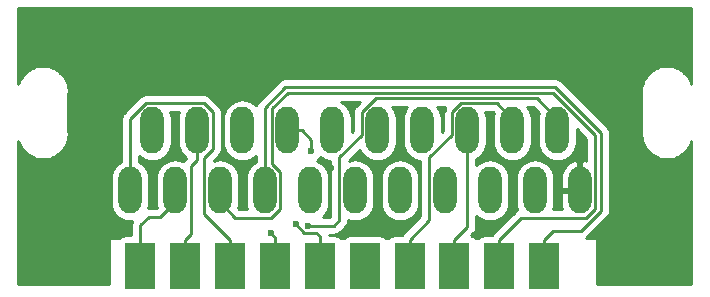
<source format=gtl>
G04 #@! TF.GenerationSoftware,KiCad,Pcbnew,(5.1.0)-1*
G04 #@! TF.CreationDate,2019-08-12T14:02:22-04:00*
G04 #@! TF.ProjectId,JP21M_to_EUROF,4a503231-4d5f-4746-9f5f-4555524f462e,rev?*
G04 #@! TF.SameCoordinates,Original*
G04 #@! TF.FileFunction,Copper,L1,Top*
G04 #@! TF.FilePolarity,Positive*
%FSLAX46Y46*%
G04 Gerber Fmt 4.6, Leading zero omitted, Abs format (unit mm)*
G04 Created by KiCad (PCBNEW (5.1.0)-1) date 2019-08-12 14:02:22*
%MOMM*%
%LPD*%
G04 APERTURE LIST*
%ADD10O,1.981200X3.962400*%
%ADD11R,2.500000X4.000000*%
%ADD12C,0.600000*%
%ADD13C,0.250000*%
%ADD14C,0.254000*%
G04 APERTURE END LIST*
D10*
X152850000Y-85430000D03*
X150945000Y-80350000D03*
X149040000Y-85430000D03*
X147135000Y-80350000D03*
X145230000Y-85430000D03*
X143325000Y-80350000D03*
X141420000Y-85430000D03*
X139515000Y-80350000D03*
X137610000Y-85430000D03*
X135705000Y-80350000D03*
X133800000Y-85430000D03*
X131895000Y-80350000D03*
X129990000Y-85430000D03*
X128085000Y-80350000D03*
X126180000Y-85430000D03*
X124275000Y-80350000D03*
X122370000Y-85430000D03*
X120465000Y-80350000D03*
X118560000Y-85430000D03*
X116655000Y-80350000D03*
X114750000Y-85430000D03*
D11*
X149825000Y-91850000D03*
X146025000Y-91850000D03*
X142225000Y-91850000D03*
X138425000Y-91850000D03*
X134625000Y-91850000D03*
X130825000Y-91850000D03*
X127025000Y-91850000D03*
X123225000Y-91850000D03*
X119425000Y-91850000D03*
X115625000Y-91850000D03*
D12*
X126662500Y-89062500D03*
X128800000Y-88300000D03*
X129800000Y-88400000D03*
X147200000Y-83350000D03*
X145250000Y-82350000D03*
X137600000Y-78650000D03*
X141350000Y-78600000D03*
X133750000Y-78200000D03*
X131750000Y-83500000D03*
X135900000Y-87600000D03*
X115800000Y-71150000D03*
X119650000Y-71300000D03*
X130850000Y-71350000D03*
X137550000Y-71350000D03*
X141450000Y-71350000D03*
X146350000Y-71650000D03*
X151700000Y-71850000D03*
X158850000Y-72000000D03*
X160850000Y-84050000D03*
X160450000Y-90700000D03*
X106650000Y-91700000D03*
X106100000Y-84900000D03*
X110900000Y-82400000D03*
X107450000Y-71700000D03*
X122600000Y-82400000D03*
X116100000Y-83200000D03*
X118700000Y-82400000D03*
X118500000Y-79300000D03*
X130100000Y-82100000D03*
D13*
X143325000Y-82581200D02*
X143325000Y-80350000D01*
X143325000Y-88500000D02*
X143325000Y-82581200D01*
X142225000Y-89600000D02*
X143325000Y-88500000D01*
X142225000Y-91850000D02*
X142225000Y-89600000D01*
X127025000Y-89425000D02*
X126662500Y-89062500D01*
X127025000Y-91850000D02*
X127025000Y-89425000D01*
X142780057Y-78043790D02*
X145819390Y-78043790D01*
X142009390Y-78814457D02*
X142780057Y-78043790D01*
X142009390Y-80706763D02*
X142009390Y-78814457D01*
X147135000Y-79359400D02*
X147135000Y-80350000D01*
X140104390Y-82611763D02*
X142009390Y-80706763D01*
X145819390Y-78043790D02*
X147135000Y-79359400D01*
X140104390Y-87920610D02*
X140104390Y-82611763D01*
X138425000Y-89600000D02*
X140104390Y-87920610D01*
X138425000Y-91850000D02*
X138425000Y-89600000D01*
X129525001Y-89025001D02*
X130525001Y-89025001D01*
X128800000Y-88300000D02*
X129525001Y-89025001D01*
X130825000Y-89325000D02*
X130825000Y-91850000D01*
X130525001Y-89025001D02*
X130825000Y-89325000D01*
X150945000Y-79359400D02*
X150945000Y-80350000D01*
X149179380Y-77593780D02*
X150945000Y-79359400D01*
X135610067Y-77593780D02*
X149179380Y-77593780D01*
X132025000Y-88400000D02*
X132484390Y-87940610D01*
X132484390Y-87940610D02*
X132484390Y-82611763D01*
X132484390Y-82611763D02*
X134389390Y-80706763D01*
X134389390Y-80706763D02*
X134389390Y-78814457D01*
X134389390Y-78814457D02*
X135610067Y-77593780D01*
X129700000Y-88400000D02*
X129800000Y-88400000D01*
X129800000Y-88400000D02*
X132025000Y-88400000D01*
X123225000Y-91850000D02*
X123225000Y-91100000D01*
X114750000Y-83198800D02*
X114750000Y-85430000D01*
X114750000Y-79403847D02*
X114750000Y-83198800D01*
X116110057Y-78043790D02*
X114750000Y-79403847D01*
X121009943Y-78043790D02*
X116110057Y-78043790D01*
X121780610Y-81885543D02*
X121780610Y-78814457D01*
X121009943Y-82656210D02*
X121780610Y-81885543D01*
X121780610Y-78814457D02*
X121009943Y-78043790D01*
X121009943Y-87384943D02*
X121009943Y-82656210D01*
X123225000Y-89600000D02*
X121009943Y-87384943D01*
X123225000Y-91850000D02*
X123225000Y-89600000D01*
X118560000Y-86420600D02*
X118560000Y-85430000D01*
X117319400Y-87661200D02*
X118560000Y-86420600D01*
X116328800Y-87661200D02*
X117319400Y-87661200D01*
X115625000Y-88365000D02*
X116328800Y-87661200D01*
X115625000Y-91850000D02*
X115625000Y-88365000D01*
X119425000Y-89600000D02*
X119900000Y-89125000D01*
X119425000Y-91850000D02*
X119425000Y-89600000D01*
X119900000Y-89125000D02*
X119900000Y-83400000D01*
X120465000Y-82835000D02*
X120465000Y-80350000D01*
X119900000Y-83400000D02*
X120465000Y-82835000D01*
X122370000Y-86420600D02*
X122370000Y-85430000D01*
X123685610Y-87736210D02*
X122370000Y-86420600D01*
X127495610Y-83894457D02*
X127495610Y-86965543D01*
X126769390Y-83168237D02*
X127495610Y-83894457D01*
X126769390Y-78480610D02*
X126769390Y-83168237D01*
X128106230Y-77143770D02*
X126769390Y-78480610D01*
X150589923Y-77143770D02*
X128106230Y-77143770D01*
X154165610Y-80719457D02*
X150589923Y-77143770D01*
X154165610Y-86965543D02*
X154165610Y-80719457D01*
X127495610Y-86965543D02*
X126724943Y-87736210D01*
X153394943Y-87736210D02*
X154165610Y-86965543D01*
X126724943Y-87736210D02*
X123685610Y-87736210D01*
X147888790Y-87736210D02*
X153394943Y-87736210D01*
X146025000Y-89600000D02*
X147888790Y-87736210D01*
X146025000Y-91850000D02*
X146025000Y-89600000D01*
X149825000Y-89600000D02*
X150575000Y-88850000D01*
X149825000Y-91850000D02*
X149825000Y-89600000D01*
X126180000Y-83198800D02*
X126180000Y-85430000D01*
X126180000Y-78433590D02*
X126180000Y-83198800D01*
X127919829Y-76693761D02*
X126180000Y-78433590D01*
X150776323Y-76693760D02*
X127919829Y-76693761D01*
X154615619Y-80533056D02*
X150776323Y-76693760D01*
X154615620Y-87151943D02*
X154615619Y-80533056D01*
X152917563Y-88850000D02*
X154615620Y-87151943D01*
X150575000Y-88850000D02*
X152917563Y-88850000D01*
X129325600Y-80350000D02*
X128085000Y-80350000D01*
X130100000Y-81124400D02*
X129325600Y-80350000D01*
X130100000Y-82100000D02*
X130100000Y-81124400D01*
X134625000Y-91850000D02*
X134625000Y-91100000D01*
D14*
G36*
X162290001Y-76387191D02*
G01*
X162245868Y-76248068D01*
X162222290Y-76193058D01*
X162199508Y-76137783D01*
X162195125Y-76129677D01*
X162051836Y-75869034D01*
X162018048Y-75819687D01*
X161984936Y-75769850D01*
X161979062Y-75762749D01*
X161787876Y-75534904D01*
X161745146Y-75493060D01*
X161702987Y-75450605D01*
X161695846Y-75444781D01*
X161464045Y-75258408D01*
X161414031Y-75225680D01*
X161364398Y-75192202D01*
X161356261Y-75187876D01*
X161092675Y-75050077D01*
X161037219Y-75027672D01*
X160982068Y-75004488D01*
X160973246Y-75001825D01*
X160687915Y-74917847D01*
X160629175Y-74906642D01*
X160570558Y-74894609D01*
X160561386Y-74893710D01*
X160265178Y-74866753D01*
X160205361Y-74867171D01*
X160145544Y-74866753D01*
X160136372Y-74867653D01*
X159840569Y-74898742D01*
X159781972Y-74910771D01*
X159723210Y-74921980D01*
X159714388Y-74924644D01*
X159430257Y-75012598D01*
X159375139Y-75035768D01*
X159319650Y-75058186D01*
X159311514Y-75062513D01*
X159049878Y-75203979D01*
X159000311Y-75237412D01*
X158950232Y-75270183D01*
X158943091Y-75276008D01*
X158713915Y-75465597D01*
X158671774Y-75508034D01*
X158629024Y-75549897D01*
X158623150Y-75556998D01*
X158435164Y-75787492D01*
X158402049Y-75837334D01*
X158368265Y-75886674D01*
X158363882Y-75894781D01*
X158224246Y-76157399D01*
X158201458Y-76212687D01*
X158177886Y-76267683D01*
X158175162Y-76276487D01*
X158089193Y-76561225D01*
X158077570Y-76619925D01*
X158065137Y-76678419D01*
X158064174Y-76687584D01*
X158035150Y-76983596D01*
X158035150Y-77112406D01*
X158055801Y-77216697D01*
X158055800Y-80437952D01*
X158045478Y-80471300D01*
X158036932Y-80552622D01*
X158035299Y-80560870D01*
X158035299Y-80568164D01*
X158032016Y-80599404D01*
X158032016Y-80608620D01*
X158032165Y-80629898D01*
X158035298Y-80659700D01*
X158035298Y-80689680D01*
X158036262Y-80698844D01*
X158069416Y-80994424D01*
X158081853Y-81052936D01*
X158093471Y-81111614D01*
X158096196Y-81120413D01*
X158096197Y-81120419D01*
X158096199Y-81120425D01*
X158186130Y-81403928D01*
X158209691Y-81458899D01*
X158232491Y-81514217D01*
X158236874Y-81522323D01*
X158380163Y-81782965D01*
X158413947Y-81832305D01*
X158447062Y-81882147D01*
X158452936Y-81889247D01*
X158644122Y-82117094D01*
X158686853Y-82158939D01*
X158729013Y-82201395D01*
X158736155Y-82207219D01*
X158967956Y-82393591D01*
X159017968Y-82426318D01*
X159067600Y-82459795D01*
X159075737Y-82464121D01*
X159339323Y-82601921D01*
X159394783Y-82624328D01*
X159449931Y-82647511D01*
X159458753Y-82650174D01*
X159744083Y-82734152D01*
X159802837Y-82745360D01*
X159861441Y-82757390D01*
X159870613Y-82758289D01*
X160166820Y-82785246D01*
X160226638Y-82784828D01*
X160286455Y-82785246D01*
X160295626Y-82784347D01*
X160591430Y-82753257D01*
X160650017Y-82741230D01*
X160708787Y-82730020D01*
X160717609Y-82727356D01*
X161001740Y-82639403D01*
X161056883Y-82616223D01*
X161112348Y-82593814D01*
X161120485Y-82589487D01*
X161382121Y-82448021D01*
X161431705Y-82414576D01*
X161481768Y-82381816D01*
X161488909Y-82375992D01*
X161718085Y-82186401D01*
X161760224Y-82143966D01*
X161802974Y-82102103D01*
X161808848Y-82095002D01*
X161996834Y-81864509D01*
X162029938Y-81814682D01*
X162063733Y-81765327D01*
X162068116Y-81757221D01*
X162207753Y-81494603D01*
X162230560Y-81439269D01*
X162254114Y-81384314D01*
X162256838Y-81375515D01*
X162256840Y-81375509D01*
X162290001Y-81265674D01*
X162290000Y-93390000D01*
X154327000Y-93390000D01*
X154327000Y-89600000D01*
X154324560Y-89575224D01*
X154317333Y-89551399D01*
X154305597Y-89529443D01*
X154289803Y-89510197D01*
X154270557Y-89494403D01*
X154248601Y-89482667D01*
X154224776Y-89475440D01*
X154200000Y-89473000D01*
X153356429Y-89473000D01*
X153457564Y-89390001D01*
X153481367Y-89360997D01*
X155126628Y-87715737D01*
X155155621Y-87691943D01*
X155179415Y-87662950D01*
X155179419Y-87662946D01*
X155250593Y-87576220D01*
X155321166Y-87444190D01*
X155361284Y-87311934D01*
X155364623Y-87300928D01*
X155375620Y-87189275D01*
X155375620Y-87189267D01*
X155379296Y-87151944D01*
X155375620Y-87114621D01*
X155375618Y-80570388D01*
X155379295Y-80533055D01*
X155364621Y-80384069D01*
X155321164Y-80240809D01*
X155250592Y-80108779D01*
X155179418Y-80022052D01*
X155179408Y-80022042D01*
X155155619Y-79993055D01*
X155126632Y-79969266D01*
X151340121Y-76182757D01*
X151316323Y-76153759D01*
X151256429Y-76104605D01*
X151200599Y-76058786D01*
X151068569Y-75988214D01*
X151026029Y-75975310D01*
X150925308Y-75944757D01*
X150813655Y-75933760D01*
X150813645Y-75933760D01*
X150776323Y-75930084D01*
X150739001Y-75933760D01*
X127957164Y-75933762D01*
X127919829Y-75930085D01*
X127770843Y-75944758D01*
X127627582Y-75988215D01*
X127495553Y-76058787D01*
X127408826Y-76129962D01*
X127408821Y-76129967D01*
X127379828Y-76153761D01*
X127356034Y-76182754D01*
X125669003Y-77869786D01*
X125639999Y-77893589D01*
X125601411Y-77940609D01*
X125545026Y-78009314D01*
X125491790Y-78108911D01*
X125474454Y-78141344D01*
X125448508Y-78226877D01*
X125430034Y-78204366D01*
X125182505Y-78001223D01*
X124900100Y-77850275D01*
X124593673Y-77757322D01*
X124275000Y-77725935D01*
X123956328Y-77757322D01*
X123649901Y-77850275D01*
X123367496Y-78001223D01*
X123119967Y-78204366D01*
X122916824Y-78451895D01*
X122765876Y-78734300D01*
X122672923Y-79040727D01*
X122649401Y-79279546D01*
X122649400Y-81420453D01*
X122672922Y-81659272D01*
X122765875Y-81965699D01*
X122916823Y-82248104D01*
X123119966Y-82495634D01*
X123367495Y-82698777D01*
X123649900Y-82849725D01*
X123956327Y-82942678D01*
X124275000Y-82974065D01*
X124593672Y-82942678D01*
X124900099Y-82849725D01*
X125182504Y-82698777D01*
X125420001Y-82503868D01*
X125420001Y-83002380D01*
X125272496Y-83081223D01*
X125024967Y-83284366D01*
X124821824Y-83531895D01*
X124670876Y-83814300D01*
X124577923Y-84120727D01*
X124554401Y-84359546D01*
X124554400Y-86500453D01*
X124577922Y-86739272D01*
X124649796Y-86976210D01*
X124000412Y-86976210D01*
X123923527Y-86899325D01*
X123972078Y-86739273D01*
X123995600Y-86500454D01*
X123995600Y-84359546D01*
X123972078Y-84120727D01*
X123879125Y-83814300D01*
X123728177Y-83531895D01*
X123525034Y-83284366D01*
X123277505Y-83081223D01*
X122995100Y-82930275D01*
X122688673Y-82837322D01*
X122370000Y-82805935D01*
X122051328Y-82837322D01*
X121839321Y-82901633D01*
X122291614Y-82449341D01*
X122320611Y-82425544D01*
X122415584Y-82309819D01*
X122486156Y-82177790D01*
X122529613Y-82034529D01*
X122540610Y-81922876D01*
X122540610Y-81922868D01*
X122544286Y-81885543D01*
X122540610Y-81848218D01*
X122540610Y-78851782D01*
X122544286Y-78814457D01*
X122540610Y-78777132D01*
X122540610Y-78777124D01*
X122529613Y-78665471D01*
X122486156Y-78522210D01*
X122415584Y-78390181D01*
X122320611Y-78274456D01*
X122291612Y-78250658D01*
X121573746Y-77532792D01*
X121549944Y-77503789D01*
X121434219Y-77408816D01*
X121302190Y-77338244D01*
X121158929Y-77294787D01*
X121047276Y-77283790D01*
X121047265Y-77283790D01*
X121009943Y-77280114D01*
X120972621Y-77283790D01*
X116147379Y-77283790D01*
X116110056Y-77280114D01*
X116072733Y-77283790D01*
X116072724Y-77283790D01*
X115961071Y-77294787D01*
X115823315Y-77336574D01*
X115817810Y-77338244D01*
X115685780Y-77408816D01*
X115631015Y-77453761D01*
X115570056Y-77503789D01*
X115546258Y-77532787D01*
X114239003Y-78840043D01*
X114209999Y-78863846D01*
X114176319Y-78904886D01*
X114115026Y-78979571D01*
X114105502Y-78997389D01*
X114044454Y-79111601D01*
X114000997Y-79254862D01*
X113990000Y-79366515D01*
X113990000Y-79366525D01*
X113986324Y-79403847D01*
X113990000Y-79441170D01*
X113990001Y-83002380D01*
X113842496Y-83081223D01*
X113594967Y-83284366D01*
X113391824Y-83531895D01*
X113240876Y-83814300D01*
X113147923Y-84120727D01*
X113124401Y-84359546D01*
X113124400Y-86500453D01*
X113147922Y-86739272D01*
X113240875Y-87045699D01*
X113391823Y-87328104D01*
X113594966Y-87575634D01*
X113842495Y-87778777D01*
X114124900Y-87929725D01*
X114431327Y-88022678D01*
X114750000Y-88054065D01*
X114939416Y-88035409D01*
X114919454Y-88072754D01*
X114897705Y-88144454D01*
X114876298Y-88215027D01*
X114875998Y-88216015D01*
X114861324Y-88365000D01*
X114865001Y-88402332D01*
X114865001Y-89211928D01*
X114375000Y-89211928D01*
X114250518Y-89224188D01*
X114130820Y-89260498D01*
X114020506Y-89319463D01*
X113923815Y-89398815D01*
X113862933Y-89473000D01*
X113100000Y-89473000D01*
X113075224Y-89475440D01*
X113051399Y-89482667D01*
X113029443Y-89494403D01*
X113010197Y-89510197D01*
X112994403Y-89529443D01*
X112982667Y-89551399D01*
X112975440Y-89575224D01*
X112973000Y-89600000D01*
X112973000Y-93390000D01*
X105310000Y-93390000D01*
X105310000Y-81264810D01*
X105354130Y-81403928D01*
X105377691Y-81458899D01*
X105400491Y-81514217D01*
X105404874Y-81522323D01*
X105548163Y-81782965D01*
X105581947Y-81832305D01*
X105615062Y-81882147D01*
X105620936Y-81889247D01*
X105812122Y-82117094D01*
X105854853Y-82158939D01*
X105897013Y-82201395D01*
X105904155Y-82207219D01*
X106135956Y-82393591D01*
X106185968Y-82426318D01*
X106235600Y-82459795D01*
X106243737Y-82464121D01*
X106507323Y-82601921D01*
X106562783Y-82624328D01*
X106617931Y-82647511D01*
X106626753Y-82650174D01*
X106912083Y-82734152D01*
X106970837Y-82745360D01*
X107029441Y-82757390D01*
X107038613Y-82758289D01*
X107334820Y-82785246D01*
X107394638Y-82784828D01*
X107454455Y-82785246D01*
X107463626Y-82784347D01*
X107759430Y-82753257D01*
X107818017Y-82741230D01*
X107876787Y-82730020D01*
X107885609Y-82727356D01*
X108169740Y-82639403D01*
X108224883Y-82616223D01*
X108280348Y-82593814D01*
X108288485Y-82589487D01*
X108550121Y-82448021D01*
X108599705Y-82414576D01*
X108649768Y-82381816D01*
X108656909Y-82375992D01*
X108886085Y-82186401D01*
X108928224Y-82143966D01*
X108970974Y-82102103D01*
X108976848Y-82095002D01*
X109164834Y-81864509D01*
X109197938Y-81814682D01*
X109231733Y-81765327D01*
X109236116Y-81757221D01*
X109375753Y-81494603D01*
X109398560Y-81439269D01*
X109422114Y-81384314D01*
X109424838Y-81375515D01*
X109424840Y-81375509D01*
X109510806Y-81090773D01*
X109522422Y-81032108D01*
X109534862Y-80973584D01*
X109535825Y-80964419D01*
X109564850Y-80668406D01*
X109564850Y-80539596D01*
X109544200Y-80435305D01*
X109544200Y-77214047D01*
X109554522Y-77180699D01*
X109563068Y-77099377D01*
X109564701Y-77091129D01*
X109564701Y-77083835D01*
X109567984Y-77052594D01*
X109567984Y-77043379D01*
X109567835Y-77022100D01*
X109564702Y-76992298D01*
X109564702Y-76962319D01*
X109563738Y-76953154D01*
X109530584Y-76657575D01*
X109518151Y-76599081D01*
X109506528Y-76540381D01*
X109503803Y-76531578D01*
X109413868Y-76248068D01*
X109390290Y-76193058D01*
X109367508Y-76137783D01*
X109363125Y-76129677D01*
X109219836Y-75869034D01*
X109186048Y-75819687D01*
X109152936Y-75769850D01*
X109147062Y-75762749D01*
X108955876Y-75534904D01*
X108913146Y-75493060D01*
X108870987Y-75450605D01*
X108863846Y-75444781D01*
X108632045Y-75258408D01*
X108582031Y-75225680D01*
X108532398Y-75192202D01*
X108524261Y-75187876D01*
X108260675Y-75050077D01*
X108205219Y-75027672D01*
X108150068Y-75004488D01*
X108141246Y-75001825D01*
X107855915Y-74917847D01*
X107797175Y-74906642D01*
X107738558Y-74894609D01*
X107729386Y-74893710D01*
X107433178Y-74866753D01*
X107373361Y-74867171D01*
X107313544Y-74866753D01*
X107304372Y-74867653D01*
X107008569Y-74898742D01*
X106949972Y-74910771D01*
X106891210Y-74921980D01*
X106882388Y-74924644D01*
X106598257Y-75012598D01*
X106543139Y-75035768D01*
X106487650Y-75058186D01*
X106479514Y-75062513D01*
X106217878Y-75203979D01*
X106168311Y-75237412D01*
X106118232Y-75270183D01*
X106111091Y-75276008D01*
X105881915Y-75465597D01*
X105839774Y-75508034D01*
X105797024Y-75549897D01*
X105791150Y-75556998D01*
X105603164Y-75787492D01*
X105570049Y-75837334D01*
X105536265Y-75886674D01*
X105531882Y-75894781D01*
X105392246Y-76157399D01*
X105369458Y-76212687D01*
X105345886Y-76267683D01*
X105343162Y-76276487D01*
X105310000Y-76386323D01*
X105310000Y-70010000D01*
X162290001Y-70010000D01*
X162290001Y-76387191D01*
X162290001Y-76387191D01*
G37*
X162290001Y-76387191D02*
X162245868Y-76248068D01*
X162222290Y-76193058D01*
X162199508Y-76137783D01*
X162195125Y-76129677D01*
X162051836Y-75869034D01*
X162018048Y-75819687D01*
X161984936Y-75769850D01*
X161979062Y-75762749D01*
X161787876Y-75534904D01*
X161745146Y-75493060D01*
X161702987Y-75450605D01*
X161695846Y-75444781D01*
X161464045Y-75258408D01*
X161414031Y-75225680D01*
X161364398Y-75192202D01*
X161356261Y-75187876D01*
X161092675Y-75050077D01*
X161037219Y-75027672D01*
X160982068Y-75004488D01*
X160973246Y-75001825D01*
X160687915Y-74917847D01*
X160629175Y-74906642D01*
X160570558Y-74894609D01*
X160561386Y-74893710D01*
X160265178Y-74866753D01*
X160205361Y-74867171D01*
X160145544Y-74866753D01*
X160136372Y-74867653D01*
X159840569Y-74898742D01*
X159781972Y-74910771D01*
X159723210Y-74921980D01*
X159714388Y-74924644D01*
X159430257Y-75012598D01*
X159375139Y-75035768D01*
X159319650Y-75058186D01*
X159311514Y-75062513D01*
X159049878Y-75203979D01*
X159000311Y-75237412D01*
X158950232Y-75270183D01*
X158943091Y-75276008D01*
X158713915Y-75465597D01*
X158671774Y-75508034D01*
X158629024Y-75549897D01*
X158623150Y-75556998D01*
X158435164Y-75787492D01*
X158402049Y-75837334D01*
X158368265Y-75886674D01*
X158363882Y-75894781D01*
X158224246Y-76157399D01*
X158201458Y-76212687D01*
X158177886Y-76267683D01*
X158175162Y-76276487D01*
X158089193Y-76561225D01*
X158077570Y-76619925D01*
X158065137Y-76678419D01*
X158064174Y-76687584D01*
X158035150Y-76983596D01*
X158035150Y-77112406D01*
X158055801Y-77216697D01*
X158055800Y-80437952D01*
X158045478Y-80471300D01*
X158036932Y-80552622D01*
X158035299Y-80560870D01*
X158035299Y-80568164D01*
X158032016Y-80599404D01*
X158032016Y-80608620D01*
X158032165Y-80629898D01*
X158035298Y-80659700D01*
X158035298Y-80689680D01*
X158036262Y-80698844D01*
X158069416Y-80994424D01*
X158081853Y-81052936D01*
X158093471Y-81111614D01*
X158096196Y-81120413D01*
X158096197Y-81120419D01*
X158096199Y-81120425D01*
X158186130Y-81403928D01*
X158209691Y-81458899D01*
X158232491Y-81514217D01*
X158236874Y-81522323D01*
X158380163Y-81782965D01*
X158413947Y-81832305D01*
X158447062Y-81882147D01*
X158452936Y-81889247D01*
X158644122Y-82117094D01*
X158686853Y-82158939D01*
X158729013Y-82201395D01*
X158736155Y-82207219D01*
X158967956Y-82393591D01*
X159017968Y-82426318D01*
X159067600Y-82459795D01*
X159075737Y-82464121D01*
X159339323Y-82601921D01*
X159394783Y-82624328D01*
X159449931Y-82647511D01*
X159458753Y-82650174D01*
X159744083Y-82734152D01*
X159802837Y-82745360D01*
X159861441Y-82757390D01*
X159870613Y-82758289D01*
X160166820Y-82785246D01*
X160226638Y-82784828D01*
X160286455Y-82785246D01*
X160295626Y-82784347D01*
X160591430Y-82753257D01*
X160650017Y-82741230D01*
X160708787Y-82730020D01*
X160717609Y-82727356D01*
X161001740Y-82639403D01*
X161056883Y-82616223D01*
X161112348Y-82593814D01*
X161120485Y-82589487D01*
X161382121Y-82448021D01*
X161431705Y-82414576D01*
X161481768Y-82381816D01*
X161488909Y-82375992D01*
X161718085Y-82186401D01*
X161760224Y-82143966D01*
X161802974Y-82102103D01*
X161808848Y-82095002D01*
X161996834Y-81864509D01*
X162029938Y-81814682D01*
X162063733Y-81765327D01*
X162068116Y-81757221D01*
X162207753Y-81494603D01*
X162230560Y-81439269D01*
X162254114Y-81384314D01*
X162256838Y-81375515D01*
X162256840Y-81375509D01*
X162290001Y-81265674D01*
X162290000Y-93390000D01*
X154327000Y-93390000D01*
X154327000Y-89600000D01*
X154324560Y-89575224D01*
X154317333Y-89551399D01*
X154305597Y-89529443D01*
X154289803Y-89510197D01*
X154270557Y-89494403D01*
X154248601Y-89482667D01*
X154224776Y-89475440D01*
X154200000Y-89473000D01*
X153356429Y-89473000D01*
X153457564Y-89390001D01*
X153481367Y-89360997D01*
X155126628Y-87715737D01*
X155155621Y-87691943D01*
X155179415Y-87662950D01*
X155179419Y-87662946D01*
X155250593Y-87576220D01*
X155321166Y-87444190D01*
X155361284Y-87311934D01*
X155364623Y-87300928D01*
X155375620Y-87189275D01*
X155375620Y-87189267D01*
X155379296Y-87151944D01*
X155375620Y-87114621D01*
X155375618Y-80570388D01*
X155379295Y-80533055D01*
X155364621Y-80384069D01*
X155321164Y-80240809D01*
X155250592Y-80108779D01*
X155179418Y-80022052D01*
X155179408Y-80022042D01*
X155155619Y-79993055D01*
X155126632Y-79969266D01*
X151340121Y-76182757D01*
X151316323Y-76153759D01*
X151256429Y-76104605D01*
X151200599Y-76058786D01*
X151068569Y-75988214D01*
X151026029Y-75975310D01*
X150925308Y-75944757D01*
X150813655Y-75933760D01*
X150813645Y-75933760D01*
X150776323Y-75930084D01*
X150739001Y-75933760D01*
X127957164Y-75933762D01*
X127919829Y-75930085D01*
X127770843Y-75944758D01*
X127627582Y-75988215D01*
X127495553Y-76058787D01*
X127408826Y-76129962D01*
X127408821Y-76129967D01*
X127379828Y-76153761D01*
X127356034Y-76182754D01*
X125669003Y-77869786D01*
X125639999Y-77893589D01*
X125601411Y-77940609D01*
X125545026Y-78009314D01*
X125491790Y-78108911D01*
X125474454Y-78141344D01*
X125448508Y-78226877D01*
X125430034Y-78204366D01*
X125182505Y-78001223D01*
X124900100Y-77850275D01*
X124593673Y-77757322D01*
X124275000Y-77725935D01*
X123956328Y-77757322D01*
X123649901Y-77850275D01*
X123367496Y-78001223D01*
X123119967Y-78204366D01*
X122916824Y-78451895D01*
X122765876Y-78734300D01*
X122672923Y-79040727D01*
X122649401Y-79279546D01*
X122649400Y-81420453D01*
X122672922Y-81659272D01*
X122765875Y-81965699D01*
X122916823Y-82248104D01*
X123119966Y-82495634D01*
X123367495Y-82698777D01*
X123649900Y-82849725D01*
X123956327Y-82942678D01*
X124275000Y-82974065D01*
X124593672Y-82942678D01*
X124900099Y-82849725D01*
X125182504Y-82698777D01*
X125420001Y-82503868D01*
X125420001Y-83002380D01*
X125272496Y-83081223D01*
X125024967Y-83284366D01*
X124821824Y-83531895D01*
X124670876Y-83814300D01*
X124577923Y-84120727D01*
X124554401Y-84359546D01*
X124554400Y-86500453D01*
X124577922Y-86739272D01*
X124649796Y-86976210D01*
X124000412Y-86976210D01*
X123923527Y-86899325D01*
X123972078Y-86739273D01*
X123995600Y-86500454D01*
X123995600Y-84359546D01*
X123972078Y-84120727D01*
X123879125Y-83814300D01*
X123728177Y-83531895D01*
X123525034Y-83284366D01*
X123277505Y-83081223D01*
X122995100Y-82930275D01*
X122688673Y-82837322D01*
X122370000Y-82805935D01*
X122051328Y-82837322D01*
X121839321Y-82901633D01*
X122291614Y-82449341D01*
X122320611Y-82425544D01*
X122415584Y-82309819D01*
X122486156Y-82177790D01*
X122529613Y-82034529D01*
X122540610Y-81922876D01*
X122540610Y-81922868D01*
X122544286Y-81885543D01*
X122540610Y-81848218D01*
X122540610Y-78851782D01*
X122544286Y-78814457D01*
X122540610Y-78777132D01*
X122540610Y-78777124D01*
X122529613Y-78665471D01*
X122486156Y-78522210D01*
X122415584Y-78390181D01*
X122320611Y-78274456D01*
X122291612Y-78250658D01*
X121573746Y-77532792D01*
X121549944Y-77503789D01*
X121434219Y-77408816D01*
X121302190Y-77338244D01*
X121158929Y-77294787D01*
X121047276Y-77283790D01*
X121047265Y-77283790D01*
X121009943Y-77280114D01*
X120972621Y-77283790D01*
X116147379Y-77283790D01*
X116110056Y-77280114D01*
X116072733Y-77283790D01*
X116072724Y-77283790D01*
X115961071Y-77294787D01*
X115823315Y-77336574D01*
X115817810Y-77338244D01*
X115685780Y-77408816D01*
X115631015Y-77453761D01*
X115570056Y-77503789D01*
X115546258Y-77532787D01*
X114239003Y-78840043D01*
X114209999Y-78863846D01*
X114176319Y-78904886D01*
X114115026Y-78979571D01*
X114105502Y-78997389D01*
X114044454Y-79111601D01*
X114000997Y-79254862D01*
X113990000Y-79366515D01*
X113990000Y-79366525D01*
X113986324Y-79403847D01*
X113990000Y-79441170D01*
X113990001Y-83002380D01*
X113842496Y-83081223D01*
X113594967Y-83284366D01*
X113391824Y-83531895D01*
X113240876Y-83814300D01*
X113147923Y-84120727D01*
X113124401Y-84359546D01*
X113124400Y-86500453D01*
X113147922Y-86739272D01*
X113240875Y-87045699D01*
X113391823Y-87328104D01*
X113594966Y-87575634D01*
X113842495Y-87778777D01*
X114124900Y-87929725D01*
X114431327Y-88022678D01*
X114750000Y-88054065D01*
X114939416Y-88035409D01*
X114919454Y-88072754D01*
X114897705Y-88144454D01*
X114876298Y-88215027D01*
X114875998Y-88216015D01*
X114861324Y-88365000D01*
X114865001Y-88402332D01*
X114865001Y-89211928D01*
X114375000Y-89211928D01*
X114250518Y-89224188D01*
X114130820Y-89260498D01*
X114020506Y-89319463D01*
X113923815Y-89398815D01*
X113862933Y-89473000D01*
X113100000Y-89473000D01*
X113075224Y-89475440D01*
X113051399Y-89482667D01*
X113029443Y-89494403D01*
X113010197Y-89510197D01*
X112994403Y-89529443D01*
X112982667Y-89551399D01*
X112975440Y-89575224D01*
X112973000Y-89600000D01*
X112973000Y-93390000D01*
X105310000Y-93390000D01*
X105310000Y-81264810D01*
X105354130Y-81403928D01*
X105377691Y-81458899D01*
X105400491Y-81514217D01*
X105404874Y-81522323D01*
X105548163Y-81782965D01*
X105581947Y-81832305D01*
X105615062Y-81882147D01*
X105620936Y-81889247D01*
X105812122Y-82117094D01*
X105854853Y-82158939D01*
X105897013Y-82201395D01*
X105904155Y-82207219D01*
X106135956Y-82393591D01*
X106185968Y-82426318D01*
X106235600Y-82459795D01*
X106243737Y-82464121D01*
X106507323Y-82601921D01*
X106562783Y-82624328D01*
X106617931Y-82647511D01*
X106626753Y-82650174D01*
X106912083Y-82734152D01*
X106970837Y-82745360D01*
X107029441Y-82757390D01*
X107038613Y-82758289D01*
X107334820Y-82785246D01*
X107394638Y-82784828D01*
X107454455Y-82785246D01*
X107463626Y-82784347D01*
X107759430Y-82753257D01*
X107818017Y-82741230D01*
X107876787Y-82730020D01*
X107885609Y-82727356D01*
X108169740Y-82639403D01*
X108224883Y-82616223D01*
X108280348Y-82593814D01*
X108288485Y-82589487D01*
X108550121Y-82448021D01*
X108599705Y-82414576D01*
X108649768Y-82381816D01*
X108656909Y-82375992D01*
X108886085Y-82186401D01*
X108928224Y-82143966D01*
X108970974Y-82102103D01*
X108976848Y-82095002D01*
X109164834Y-81864509D01*
X109197938Y-81814682D01*
X109231733Y-81765327D01*
X109236116Y-81757221D01*
X109375753Y-81494603D01*
X109398560Y-81439269D01*
X109422114Y-81384314D01*
X109424838Y-81375515D01*
X109424840Y-81375509D01*
X109510806Y-81090773D01*
X109522422Y-81032108D01*
X109534862Y-80973584D01*
X109535825Y-80964419D01*
X109564850Y-80668406D01*
X109564850Y-80539596D01*
X109544200Y-80435305D01*
X109544200Y-77214047D01*
X109554522Y-77180699D01*
X109563068Y-77099377D01*
X109564701Y-77091129D01*
X109564701Y-77083835D01*
X109567984Y-77052594D01*
X109567984Y-77043379D01*
X109567835Y-77022100D01*
X109564702Y-76992298D01*
X109564702Y-76962319D01*
X109563738Y-76953154D01*
X109530584Y-76657575D01*
X109518151Y-76599081D01*
X109506528Y-76540381D01*
X109503803Y-76531578D01*
X109413868Y-76248068D01*
X109390290Y-76193058D01*
X109367508Y-76137783D01*
X109363125Y-76129677D01*
X109219836Y-75869034D01*
X109186048Y-75819687D01*
X109152936Y-75769850D01*
X109147062Y-75762749D01*
X108955876Y-75534904D01*
X108913146Y-75493060D01*
X108870987Y-75450605D01*
X108863846Y-75444781D01*
X108632045Y-75258408D01*
X108582031Y-75225680D01*
X108532398Y-75192202D01*
X108524261Y-75187876D01*
X108260675Y-75050077D01*
X108205219Y-75027672D01*
X108150068Y-75004488D01*
X108141246Y-75001825D01*
X107855915Y-74917847D01*
X107797175Y-74906642D01*
X107738558Y-74894609D01*
X107729386Y-74893710D01*
X107433178Y-74866753D01*
X107373361Y-74867171D01*
X107313544Y-74866753D01*
X107304372Y-74867653D01*
X107008569Y-74898742D01*
X106949972Y-74910771D01*
X106891210Y-74921980D01*
X106882388Y-74924644D01*
X106598257Y-75012598D01*
X106543139Y-75035768D01*
X106487650Y-75058186D01*
X106479514Y-75062513D01*
X106217878Y-75203979D01*
X106168311Y-75237412D01*
X106118232Y-75270183D01*
X106111091Y-75276008D01*
X105881915Y-75465597D01*
X105839774Y-75508034D01*
X105797024Y-75549897D01*
X105791150Y-75556998D01*
X105603164Y-75787492D01*
X105570049Y-75837334D01*
X105536265Y-75886674D01*
X105531882Y-75894781D01*
X105392246Y-76157399D01*
X105369458Y-76212687D01*
X105345886Y-76267683D01*
X105343162Y-76276487D01*
X105310000Y-76386323D01*
X105310000Y-70010000D01*
X162290001Y-70010000D01*
X162290001Y-76387191D01*
G36*
X138156824Y-78451895D02*
G01*
X138005876Y-78734300D01*
X137912923Y-79040727D01*
X137889401Y-79279546D01*
X137889400Y-81420453D01*
X137912922Y-81659272D01*
X138005875Y-81965699D01*
X138156823Y-82248104D01*
X138359966Y-82495634D01*
X138607495Y-82698777D01*
X138889900Y-82849725D01*
X139196327Y-82942678D01*
X139344391Y-82957261D01*
X139344390Y-87605808D01*
X137913998Y-89036201D01*
X137885000Y-89059999D01*
X137861202Y-89088997D01*
X137861201Y-89088998D01*
X137790026Y-89175724D01*
X137770674Y-89211928D01*
X137175000Y-89211928D01*
X137050518Y-89224188D01*
X136930820Y-89260498D01*
X136820506Y-89319463D01*
X136723815Y-89398815D01*
X136662933Y-89473000D01*
X136387067Y-89473000D01*
X136326185Y-89398815D01*
X136229494Y-89319463D01*
X136119180Y-89260498D01*
X135999482Y-89224188D01*
X135875000Y-89211928D01*
X133375000Y-89211928D01*
X133250518Y-89224188D01*
X133130820Y-89260498D01*
X133020506Y-89319463D01*
X132923815Y-89398815D01*
X132862933Y-89473000D01*
X132587067Y-89473000D01*
X132526185Y-89398815D01*
X132429494Y-89319463D01*
X132319180Y-89260498D01*
X132199482Y-89224188D01*
X132075000Y-89211928D01*
X131577540Y-89211928D01*
X131574003Y-89176014D01*
X131569145Y-89160000D01*
X131987678Y-89160000D01*
X132025000Y-89163676D01*
X132062322Y-89160000D01*
X132062333Y-89160000D01*
X132173986Y-89149003D01*
X132317247Y-89105546D01*
X132449276Y-89034974D01*
X132565001Y-88940001D01*
X132588804Y-88910997D01*
X132995388Y-88504413D01*
X133024391Y-88480611D01*
X133119364Y-88364886D01*
X133189936Y-88232857D01*
X133233393Y-88089596D01*
X133244390Y-87977943D01*
X133244390Y-87977942D01*
X133246985Y-87951592D01*
X133481327Y-88022678D01*
X133800000Y-88054065D01*
X134118672Y-88022678D01*
X134425099Y-87929725D01*
X134707504Y-87778777D01*
X134955034Y-87575634D01*
X135158177Y-87328105D01*
X135309125Y-87045700D01*
X135402078Y-86739273D01*
X135425600Y-86500454D01*
X135425600Y-86500453D01*
X135984400Y-86500453D01*
X136007922Y-86739272D01*
X136100875Y-87045699D01*
X136251823Y-87328104D01*
X136454966Y-87575634D01*
X136702495Y-87778777D01*
X136984900Y-87929725D01*
X137291327Y-88022678D01*
X137610000Y-88054065D01*
X137928672Y-88022678D01*
X138235099Y-87929725D01*
X138517504Y-87778777D01*
X138765034Y-87575634D01*
X138968177Y-87328105D01*
X139119125Y-87045700D01*
X139212078Y-86739273D01*
X139235600Y-86500454D01*
X139235600Y-84359546D01*
X139212078Y-84120727D01*
X139119125Y-83814300D01*
X138968177Y-83531895D01*
X138765034Y-83284366D01*
X138517505Y-83081223D01*
X138235100Y-82930275D01*
X137928673Y-82837322D01*
X137610000Y-82805935D01*
X137291328Y-82837322D01*
X136984901Y-82930275D01*
X136702496Y-83081223D01*
X136454967Y-83284366D01*
X136251824Y-83531895D01*
X136100876Y-83814300D01*
X136007923Y-84120727D01*
X135984401Y-84359546D01*
X135984400Y-86500453D01*
X135425600Y-86500453D01*
X135425600Y-84359546D01*
X135402078Y-84120727D01*
X135309125Y-83814300D01*
X135158177Y-83531895D01*
X134955034Y-83284366D01*
X134707505Y-83081223D01*
X134425100Y-82930275D01*
X134118673Y-82837322D01*
X133800000Y-82805935D01*
X133481328Y-82837322D01*
X133269321Y-82901633D01*
X134199143Y-81971812D01*
X134346823Y-82248104D01*
X134549966Y-82495634D01*
X134797495Y-82698777D01*
X135079900Y-82849725D01*
X135386327Y-82942678D01*
X135705000Y-82974065D01*
X136023672Y-82942678D01*
X136330099Y-82849725D01*
X136612504Y-82698777D01*
X136860034Y-82495634D01*
X137063177Y-82248105D01*
X137214125Y-81965700D01*
X137307078Y-81659273D01*
X137330600Y-81420454D01*
X137330600Y-79279546D01*
X137307078Y-79040727D01*
X137214125Y-78734300D01*
X137063177Y-78451895D01*
X136982656Y-78353780D01*
X138237345Y-78353780D01*
X138156824Y-78451895D01*
X138156824Y-78451895D01*
G37*
X138156824Y-78451895D02*
X138005876Y-78734300D01*
X137912923Y-79040727D01*
X137889401Y-79279546D01*
X137889400Y-81420453D01*
X137912922Y-81659272D01*
X138005875Y-81965699D01*
X138156823Y-82248104D01*
X138359966Y-82495634D01*
X138607495Y-82698777D01*
X138889900Y-82849725D01*
X139196327Y-82942678D01*
X139344391Y-82957261D01*
X139344390Y-87605808D01*
X137913998Y-89036201D01*
X137885000Y-89059999D01*
X137861202Y-89088997D01*
X137861201Y-89088998D01*
X137790026Y-89175724D01*
X137770674Y-89211928D01*
X137175000Y-89211928D01*
X137050518Y-89224188D01*
X136930820Y-89260498D01*
X136820506Y-89319463D01*
X136723815Y-89398815D01*
X136662933Y-89473000D01*
X136387067Y-89473000D01*
X136326185Y-89398815D01*
X136229494Y-89319463D01*
X136119180Y-89260498D01*
X135999482Y-89224188D01*
X135875000Y-89211928D01*
X133375000Y-89211928D01*
X133250518Y-89224188D01*
X133130820Y-89260498D01*
X133020506Y-89319463D01*
X132923815Y-89398815D01*
X132862933Y-89473000D01*
X132587067Y-89473000D01*
X132526185Y-89398815D01*
X132429494Y-89319463D01*
X132319180Y-89260498D01*
X132199482Y-89224188D01*
X132075000Y-89211928D01*
X131577540Y-89211928D01*
X131574003Y-89176014D01*
X131569145Y-89160000D01*
X131987678Y-89160000D01*
X132025000Y-89163676D01*
X132062322Y-89160000D01*
X132062333Y-89160000D01*
X132173986Y-89149003D01*
X132317247Y-89105546D01*
X132449276Y-89034974D01*
X132565001Y-88940001D01*
X132588804Y-88910997D01*
X132995388Y-88504413D01*
X133024391Y-88480611D01*
X133119364Y-88364886D01*
X133189936Y-88232857D01*
X133233393Y-88089596D01*
X133244390Y-87977943D01*
X133244390Y-87977942D01*
X133246985Y-87951592D01*
X133481327Y-88022678D01*
X133800000Y-88054065D01*
X134118672Y-88022678D01*
X134425099Y-87929725D01*
X134707504Y-87778777D01*
X134955034Y-87575634D01*
X135158177Y-87328105D01*
X135309125Y-87045700D01*
X135402078Y-86739273D01*
X135425600Y-86500454D01*
X135425600Y-86500453D01*
X135984400Y-86500453D01*
X136007922Y-86739272D01*
X136100875Y-87045699D01*
X136251823Y-87328104D01*
X136454966Y-87575634D01*
X136702495Y-87778777D01*
X136984900Y-87929725D01*
X137291327Y-88022678D01*
X137610000Y-88054065D01*
X137928672Y-88022678D01*
X138235099Y-87929725D01*
X138517504Y-87778777D01*
X138765034Y-87575634D01*
X138968177Y-87328105D01*
X139119125Y-87045700D01*
X139212078Y-86739273D01*
X139235600Y-86500454D01*
X139235600Y-84359546D01*
X139212078Y-84120727D01*
X139119125Y-83814300D01*
X138968177Y-83531895D01*
X138765034Y-83284366D01*
X138517505Y-83081223D01*
X138235100Y-82930275D01*
X137928673Y-82837322D01*
X137610000Y-82805935D01*
X137291328Y-82837322D01*
X136984901Y-82930275D01*
X136702496Y-83081223D01*
X136454967Y-83284366D01*
X136251824Y-83531895D01*
X136100876Y-83814300D01*
X136007923Y-84120727D01*
X135984401Y-84359546D01*
X135984400Y-86500453D01*
X135425600Y-86500453D01*
X135425600Y-84359546D01*
X135402078Y-84120727D01*
X135309125Y-83814300D01*
X135158177Y-83531895D01*
X134955034Y-83284366D01*
X134707505Y-83081223D01*
X134425100Y-82930275D01*
X134118673Y-82837322D01*
X133800000Y-82805935D01*
X133481328Y-82837322D01*
X133269321Y-82901633D01*
X134199143Y-81971812D01*
X134346823Y-82248104D01*
X134549966Y-82495634D01*
X134797495Y-82698777D01*
X135079900Y-82849725D01*
X135386327Y-82942678D01*
X135705000Y-82974065D01*
X136023672Y-82942678D01*
X136330099Y-82849725D01*
X136612504Y-82698777D01*
X136860034Y-82495634D01*
X137063177Y-82248105D01*
X137214125Y-81965700D01*
X137307078Y-81659273D01*
X137330600Y-81420454D01*
X137330600Y-79279546D01*
X137307078Y-79040727D01*
X137214125Y-78734300D01*
X137063177Y-78451895D01*
X136982656Y-78353780D01*
X138237345Y-78353780D01*
X138156824Y-78451895D01*
G36*
X149391474Y-78880675D02*
G01*
X149342923Y-79040727D01*
X149319401Y-79279546D01*
X149319400Y-81420453D01*
X149342922Y-81659272D01*
X149435875Y-81965699D01*
X149586823Y-82248104D01*
X149789966Y-82495634D01*
X150037495Y-82698777D01*
X150319900Y-82849725D01*
X150626327Y-82942678D01*
X150945000Y-82974065D01*
X151263672Y-82942678D01*
X151570099Y-82849725D01*
X151852504Y-82698777D01*
X152100034Y-82495634D01*
X152303177Y-82248105D01*
X152454125Y-81965700D01*
X152547078Y-81659273D01*
X152570600Y-81420454D01*
X152570600Y-80199249D01*
X153405611Y-81034260D01*
X153405611Y-82911218D01*
X153354758Y-82888940D01*
X153228959Y-82858589D01*
X152977000Y-82978058D01*
X152977000Y-85303000D01*
X152997000Y-85303000D01*
X152997000Y-85557000D01*
X152977000Y-85557000D01*
X152977000Y-85577000D01*
X152723000Y-85577000D01*
X152723000Y-85557000D01*
X151224400Y-85557000D01*
X151224400Y-86547600D01*
X151280412Y-86862299D01*
X151324921Y-86976210D01*
X150570204Y-86976210D01*
X150642078Y-86739273D01*
X150665600Y-86500454D01*
X150665600Y-84359546D01*
X150660957Y-84312400D01*
X151224400Y-84312400D01*
X151224400Y-85303000D01*
X152723000Y-85303000D01*
X152723000Y-82978058D01*
X152471041Y-82858589D01*
X152345242Y-82888940D01*
X152052461Y-83017205D01*
X151790329Y-83200124D01*
X151568920Y-83430668D01*
X151396742Y-83699977D01*
X151280412Y-83997701D01*
X151224400Y-84312400D01*
X150660957Y-84312400D01*
X150642078Y-84120727D01*
X150549125Y-83814300D01*
X150398177Y-83531895D01*
X150195034Y-83284366D01*
X149947505Y-83081223D01*
X149665100Y-82930275D01*
X149358673Y-82837322D01*
X149040000Y-82805935D01*
X148721328Y-82837322D01*
X148414901Y-82930275D01*
X148132496Y-83081223D01*
X147884967Y-83284366D01*
X147681824Y-83531895D01*
X147530876Y-83814300D01*
X147437923Y-84120727D01*
X147414401Y-84359546D01*
X147414400Y-86500453D01*
X147437922Y-86739272D01*
X147530875Y-87045699D01*
X147539217Y-87061306D01*
X147464513Y-87101236D01*
X147402726Y-87151944D01*
X147348789Y-87196209D01*
X147324991Y-87225207D01*
X145513998Y-89036201D01*
X145485000Y-89059999D01*
X145461202Y-89088997D01*
X145461201Y-89088998D01*
X145390026Y-89175724D01*
X145370674Y-89211928D01*
X144775000Y-89211928D01*
X144650518Y-89224188D01*
X144530820Y-89260498D01*
X144420506Y-89319463D01*
X144323815Y-89398815D01*
X144262933Y-89473000D01*
X143987067Y-89473000D01*
X143926185Y-89398815D01*
X143829494Y-89319463D01*
X143719180Y-89260498D01*
X143657895Y-89241907D01*
X143836004Y-89063798D01*
X143865001Y-89040001D01*
X143922112Y-88970411D01*
X143959974Y-88924277D01*
X144030546Y-88792247D01*
X144048592Y-88732755D01*
X144074003Y-88648986D01*
X144085000Y-88537333D01*
X144085000Y-88537323D01*
X144088676Y-88500000D01*
X144085000Y-88462677D01*
X144085000Y-87583869D01*
X144322495Y-87778777D01*
X144604900Y-87929725D01*
X144911327Y-88022678D01*
X145230000Y-88054065D01*
X145548672Y-88022678D01*
X145855099Y-87929725D01*
X146137504Y-87778777D01*
X146385034Y-87575634D01*
X146588177Y-87328105D01*
X146739125Y-87045700D01*
X146832078Y-86739273D01*
X146855600Y-86500454D01*
X146855600Y-84359546D01*
X146832078Y-84120727D01*
X146739125Y-83814300D01*
X146588177Y-83531895D01*
X146385034Y-83284366D01*
X146137505Y-83081223D01*
X145855100Y-82930275D01*
X145548673Y-82837322D01*
X145230000Y-82805935D01*
X144911328Y-82837322D01*
X144604901Y-82930275D01*
X144322496Y-83081223D01*
X144085000Y-83276132D01*
X144085000Y-82777619D01*
X144232504Y-82698777D01*
X144480034Y-82495634D01*
X144683177Y-82248105D01*
X144834125Y-81965700D01*
X144927078Y-81659273D01*
X144950600Y-81420454D01*
X144950600Y-79279546D01*
X144927078Y-79040727D01*
X144855204Y-78803790D01*
X145504589Y-78803790D01*
X145581474Y-78880675D01*
X145532923Y-79040727D01*
X145509401Y-79279546D01*
X145509400Y-81420453D01*
X145532922Y-81659272D01*
X145625875Y-81965699D01*
X145776823Y-82248104D01*
X145979966Y-82495634D01*
X146227495Y-82698777D01*
X146509900Y-82849725D01*
X146816327Y-82942678D01*
X147135000Y-82974065D01*
X147453672Y-82942678D01*
X147760099Y-82849725D01*
X148042504Y-82698777D01*
X148290034Y-82495634D01*
X148493177Y-82248105D01*
X148644125Y-81965700D01*
X148737078Y-81659273D01*
X148760600Y-81420454D01*
X148760600Y-79279546D01*
X148737078Y-79040727D01*
X148644125Y-78734300D01*
X148493177Y-78451895D01*
X148412656Y-78353780D01*
X148864579Y-78353780D01*
X149391474Y-78880675D01*
X149391474Y-78880675D01*
G37*
X149391474Y-78880675D02*
X149342923Y-79040727D01*
X149319401Y-79279546D01*
X149319400Y-81420453D01*
X149342922Y-81659272D01*
X149435875Y-81965699D01*
X149586823Y-82248104D01*
X149789966Y-82495634D01*
X150037495Y-82698777D01*
X150319900Y-82849725D01*
X150626327Y-82942678D01*
X150945000Y-82974065D01*
X151263672Y-82942678D01*
X151570099Y-82849725D01*
X151852504Y-82698777D01*
X152100034Y-82495634D01*
X152303177Y-82248105D01*
X152454125Y-81965700D01*
X152547078Y-81659273D01*
X152570600Y-81420454D01*
X152570600Y-80199249D01*
X153405611Y-81034260D01*
X153405611Y-82911218D01*
X153354758Y-82888940D01*
X153228959Y-82858589D01*
X152977000Y-82978058D01*
X152977000Y-85303000D01*
X152997000Y-85303000D01*
X152997000Y-85557000D01*
X152977000Y-85557000D01*
X152977000Y-85577000D01*
X152723000Y-85577000D01*
X152723000Y-85557000D01*
X151224400Y-85557000D01*
X151224400Y-86547600D01*
X151280412Y-86862299D01*
X151324921Y-86976210D01*
X150570204Y-86976210D01*
X150642078Y-86739273D01*
X150665600Y-86500454D01*
X150665600Y-84359546D01*
X150660957Y-84312400D01*
X151224400Y-84312400D01*
X151224400Y-85303000D01*
X152723000Y-85303000D01*
X152723000Y-82978058D01*
X152471041Y-82858589D01*
X152345242Y-82888940D01*
X152052461Y-83017205D01*
X151790329Y-83200124D01*
X151568920Y-83430668D01*
X151396742Y-83699977D01*
X151280412Y-83997701D01*
X151224400Y-84312400D01*
X150660957Y-84312400D01*
X150642078Y-84120727D01*
X150549125Y-83814300D01*
X150398177Y-83531895D01*
X150195034Y-83284366D01*
X149947505Y-83081223D01*
X149665100Y-82930275D01*
X149358673Y-82837322D01*
X149040000Y-82805935D01*
X148721328Y-82837322D01*
X148414901Y-82930275D01*
X148132496Y-83081223D01*
X147884967Y-83284366D01*
X147681824Y-83531895D01*
X147530876Y-83814300D01*
X147437923Y-84120727D01*
X147414401Y-84359546D01*
X147414400Y-86500453D01*
X147437922Y-86739272D01*
X147530875Y-87045699D01*
X147539217Y-87061306D01*
X147464513Y-87101236D01*
X147402726Y-87151944D01*
X147348789Y-87196209D01*
X147324991Y-87225207D01*
X145513998Y-89036201D01*
X145485000Y-89059999D01*
X145461202Y-89088997D01*
X145461201Y-89088998D01*
X145390026Y-89175724D01*
X145370674Y-89211928D01*
X144775000Y-89211928D01*
X144650518Y-89224188D01*
X144530820Y-89260498D01*
X144420506Y-89319463D01*
X144323815Y-89398815D01*
X144262933Y-89473000D01*
X143987067Y-89473000D01*
X143926185Y-89398815D01*
X143829494Y-89319463D01*
X143719180Y-89260498D01*
X143657895Y-89241907D01*
X143836004Y-89063798D01*
X143865001Y-89040001D01*
X143922112Y-88970411D01*
X143959974Y-88924277D01*
X144030546Y-88792247D01*
X144048592Y-88732755D01*
X144074003Y-88648986D01*
X144085000Y-88537333D01*
X144085000Y-88537323D01*
X144088676Y-88500000D01*
X144085000Y-88462677D01*
X144085000Y-87583869D01*
X144322495Y-87778777D01*
X144604900Y-87929725D01*
X144911327Y-88022678D01*
X145230000Y-88054065D01*
X145548672Y-88022678D01*
X145855099Y-87929725D01*
X146137504Y-87778777D01*
X146385034Y-87575634D01*
X146588177Y-87328105D01*
X146739125Y-87045700D01*
X146832078Y-86739273D01*
X146855600Y-86500454D01*
X146855600Y-84359546D01*
X146832078Y-84120727D01*
X146739125Y-83814300D01*
X146588177Y-83531895D01*
X146385034Y-83284366D01*
X146137505Y-83081223D01*
X145855100Y-82930275D01*
X145548673Y-82837322D01*
X145230000Y-82805935D01*
X144911328Y-82837322D01*
X144604901Y-82930275D01*
X144322496Y-83081223D01*
X144085000Y-83276132D01*
X144085000Y-82777619D01*
X144232504Y-82698777D01*
X144480034Y-82495634D01*
X144683177Y-82248105D01*
X144834125Y-81965700D01*
X144927078Y-81659273D01*
X144950600Y-81420454D01*
X144950600Y-79279546D01*
X144927078Y-79040727D01*
X144855204Y-78803790D01*
X145504589Y-78803790D01*
X145581474Y-78880675D01*
X145532923Y-79040727D01*
X145509401Y-79279546D01*
X145509400Y-81420453D01*
X145532922Y-81659272D01*
X145625875Y-81965699D01*
X145776823Y-82248104D01*
X145979966Y-82495634D01*
X146227495Y-82698777D01*
X146509900Y-82849725D01*
X146816327Y-82942678D01*
X147135000Y-82974065D01*
X147453672Y-82942678D01*
X147760099Y-82849725D01*
X148042504Y-82698777D01*
X148290034Y-82495634D01*
X148493177Y-82248105D01*
X148644125Y-81965700D01*
X148737078Y-81659273D01*
X148760600Y-81420454D01*
X148760600Y-79279546D01*
X148737078Y-79040727D01*
X148644125Y-78734300D01*
X148493177Y-78451895D01*
X148412656Y-78353780D01*
X148864579Y-78353780D01*
X149391474Y-78880675D01*
G36*
X130987495Y-82698777D02*
G01*
X131269900Y-82849725D01*
X131576327Y-82942678D01*
X131724391Y-82957261D01*
X131724390Y-87625809D01*
X131710199Y-87640000D01*
X131066604Y-87640000D01*
X131145034Y-87575634D01*
X131348177Y-87328105D01*
X131499125Y-87045700D01*
X131592078Y-86739273D01*
X131615600Y-86500454D01*
X131615600Y-84359546D01*
X131592078Y-84120727D01*
X131499125Y-83814300D01*
X131348177Y-83531895D01*
X131145034Y-83284366D01*
X130897505Y-83081223D01*
X130615100Y-82930275D01*
X130563697Y-82914682D01*
X130696028Y-82826262D01*
X130826262Y-82696028D01*
X130882177Y-82612345D01*
X130987495Y-82698777D01*
X130987495Y-82698777D01*
G37*
X130987495Y-82698777D02*
X131269900Y-82849725D01*
X131576327Y-82942678D01*
X131724391Y-82957261D01*
X131724390Y-87625809D01*
X131710199Y-87640000D01*
X131066604Y-87640000D01*
X131145034Y-87575634D01*
X131348177Y-87328105D01*
X131499125Y-87045700D01*
X131592078Y-86739273D01*
X131615600Y-86500454D01*
X131615600Y-84359546D01*
X131592078Y-84120727D01*
X131499125Y-83814300D01*
X131348177Y-83531895D01*
X131145034Y-83284366D01*
X130897505Y-83081223D01*
X130615100Y-82930275D01*
X130563697Y-82914682D01*
X130696028Y-82826262D01*
X130826262Y-82696028D01*
X130882177Y-82612345D01*
X130987495Y-82698777D01*
G36*
X118862923Y-79040727D02*
G01*
X118839401Y-79279546D01*
X118839400Y-81420453D01*
X118862922Y-81659272D01*
X118955875Y-81965699D01*
X119106823Y-82248104D01*
X119309966Y-82495634D01*
X119540428Y-82684771D01*
X119388998Y-82836201D01*
X119360000Y-82859999D01*
X119336202Y-82888997D01*
X119336201Y-82888998D01*
X119266582Y-82973828D01*
X119185100Y-82930275D01*
X118878673Y-82837322D01*
X118560000Y-82805935D01*
X118241328Y-82837322D01*
X117934901Y-82930275D01*
X117652496Y-83081223D01*
X117404967Y-83284366D01*
X117201824Y-83531895D01*
X117050876Y-83814300D01*
X116957923Y-84120727D01*
X116934401Y-84359546D01*
X116934400Y-86500453D01*
X116957922Y-86739272D01*
X117006473Y-86899325D01*
X117004599Y-86901200D01*
X116366133Y-86901200D01*
X116328800Y-86897523D01*
X116303312Y-86900033D01*
X116352078Y-86739273D01*
X116375600Y-86500454D01*
X116375600Y-84359546D01*
X116352078Y-84120727D01*
X116259125Y-83814300D01*
X116108177Y-83531895D01*
X115905034Y-83284366D01*
X115657505Y-83081223D01*
X115510000Y-83002380D01*
X115510000Y-82503869D01*
X115747495Y-82698777D01*
X116029900Y-82849725D01*
X116336327Y-82942678D01*
X116655000Y-82974065D01*
X116973672Y-82942678D01*
X117280099Y-82849725D01*
X117562504Y-82698777D01*
X117810034Y-82495634D01*
X118013177Y-82248105D01*
X118164125Y-81965700D01*
X118257078Y-81659273D01*
X118280600Y-81420454D01*
X118280600Y-79279546D01*
X118257078Y-79040727D01*
X118185204Y-78803790D01*
X118934797Y-78803790D01*
X118862923Y-79040727D01*
X118862923Y-79040727D01*
G37*
X118862923Y-79040727D02*
X118839401Y-79279546D01*
X118839400Y-81420453D01*
X118862922Y-81659272D01*
X118955875Y-81965699D01*
X119106823Y-82248104D01*
X119309966Y-82495634D01*
X119540428Y-82684771D01*
X119388998Y-82836201D01*
X119360000Y-82859999D01*
X119336202Y-82888997D01*
X119336201Y-82888998D01*
X119266582Y-82973828D01*
X119185100Y-82930275D01*
X118878673Y-82837322D01*
X118560000Y-82805935D01*
X118241328Y-82837322D01*
X117934901Y-82930275D01*
X117652496Y-83081223D01*
X117404967Y-83284366D01*
X117201824Y-83531895D01*
X117050876Y-83814300D01*
X116957923Y-84120727D01*
X116934401Y-84359546D01*
X116934400Y-86500453D01*
X116957922Y-86739272D01*
X117006473Y-86899325D01*
X117004599Y-86901200D01*
X116366133Y-86901200D01*
X116328800Y-86897523D01*
X116303312Y-86900033D01*
X116352078Y-86739273D01*
X116375600Y-86500454D01*
X116375600Y-84359546D01*
X116352078Y-84120727D01*
X116259125Y-83814300D01*
X116108177Y-83531895D01*
X115905034Y-83284366D01*
X115657505Y-83081223D01*
X115510000Y-83002380D01*
X115510000Y-82503869D01*
X115747495Y-82698777D01*
X116029900Y-82849725D01*
X116336327Y-82942678D01*
X116655000Y-82974065D01*
X116973672Y-82942678D01*
X117280099Y-82849725D01*
X117562504Y-82698777D01*
X117810034Y-82495634D01*
X118013177Y-82248105D01*
X118164125Y-81965700D01*
X118257078Y-81659273D01*
X118280600Y-81420454D01*
X118280600Y-79279546D01*
X118257078Y-79040727D01*
X118185204Y-78803790D01*
X118934797Y-78803790D01*
X118862923Y-79040727D01*
G36*
X141374416Y-78390181D02*
G01*
X141303844Y-78522211D01*
X141293961Y-78554793D01*
X141260388Y-78665471D01*
X141253609Y-78734300D01*
X141245714Y-78814457D01*
X141249391Y-78851789D01*
X141249390Y-80391961D01*
X141140600Y-80500751D01*
X141140600Y-79279546D01*
X141117078Y-79040727D01*
X141024125Y-78734300D01*
X140873177Y-78451895D01*
X140792656Y-78353780D01*
X141404290Y-78353780D01*
X141374416Y-78390181D01*
X141374416Y-78390181D01*
G37*
X141374416Y-78390181D02*
X141303844Y-78522211D01*
X141293961Y-78554793D01*
X141260388Y-78665471D01*
X141253609Y-78734300D01*
X141245714Y-78814457D01*
X141249391Y-78851789D01*
X141249390Y-80391961D01*
X141140600Y-80500751D01*
X141140600Y-79279546D01*
X141117078Y-79040727D01*
X141024125Y-78734300D01*
X140873177Y-78451895D01*
X140792656Y-78353780D01*
X141404290Y-78353780D01*
X141374416Y-78390181D01*
G36*
X133878388Y-78250658D02*
G01*
X133849390Y-78274456D01*
X133825592Y-78303454D01*
X133825591Y-78303455D01*
X133754416Y-78390181D01*
X133683844Y-78522211D01*
X133673961Y-78554793D01*
X133640388Y-78665471D01*
X133633609Y-78734300D01*
X133625714Y-78814457D01*
X133629391Y-78851789D01*
X133629390Y-80391961D01*
X133520600Y-80500751D01*
X133520600Y-79279546D01*
X133497078Y-79040727D01*
X133404125Y-78734300D01*
X133253177Y-78451895D01*
X133050034Y-78204366D01*
X132802505Y-78001223D01*
X132620183Y-77903770D01*
X134225276Y-77903770D01*
X133878388Y-78250658D01*
X133878388Y-78250658D01*
G37*
X133878388Y-78250658D02*
X133849390Y-78274456D01*
X133825592Y-78303454D01*
X133825591Y-78303455D01*
X133754416Y-78390181D01*
X133683844Y-78522211D01*
X133673961Y-78554793D01*
X133640388Y-78665471D01*
X133633609Y-78734300D01*
X133625714Y-78814457D01*
X133629391Y-78851789D01*
X133629390Y-80391961D01*
X133520600Y-80500751D01*
X133520600Y-79279546D01*
X133497078Y-79040727D01*
X133404125Y-78734300D01*
X133253177Y-78451895D01*
X133050034Y-78204366D01*
X132802505Y-78001223D01*
X132620183Y-77903770D01*
X134225276Y-77903770D01*
X133878388Y-78250658D01*
M02*

</source>
